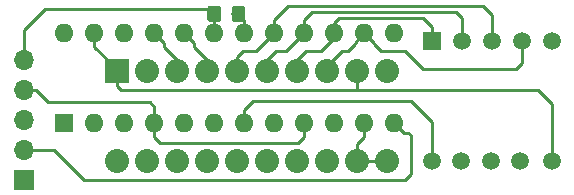
<source format=gtl>
G04 #@! TF.GenerationSoftware,KiCad,Pcbnew,5.0.2+dfsg1-1*
G04 #@! TF.CreationDate,2019-11-26T12:37:51+03:00*
G04 #@! TF.ProjectId,disp,64697370-2e6b-4696-9361-645f70636258,rev?*
G04 #@! TF.SameCoordinates,Original*
G04 #@! TF.FileFunction,Copper,L1,Top*
G04 #@! TF.FilePolarity,Positive*
%FSLAX46Y46*%
G04 Gerber Fmt 4.6, Leading zero omitted, Abs format (unit mm)*
G04 Created by KiCad (PCBNEW 5.0.2+dfsg1-1) date Вт 26 ноя 2019 12:37:51*
%MOMM*%
%LPD*%
G01*
G04 APERTURE LIST*
G04 #@! TA.AperFunction,ComponentPad*
%ADD10R,1.700000X1.700000*%
G04 #@! TD*
G04 #@! TA.AperFunction,ComponentPad*
%ADD11O,1.700000X1.700000*%
G04 #@! TD*
G04 #@! TA.AperFunction,ComponentPad*
%ADD12R,2.032000X2.032000*%
G04 #@! TD*
G04 #@! TA.AperFunction,ComponentPad*
%ADD13C,2.032000*%
G04 #@! TD*
G04 #@! TA.AperFunction,Conductor*
%ADD14C,0.100000*%
G04 #@! TD*
G04 #@! TA.AperFunction,SMDPad,CuDef*
%ADD15C,1.150000*%
G04 #@! TD*
G04 #@! TA.AperFunction,ComponentPad*
%ADD16R,1.600000X1.600000*%
G04 #@! TD*
G04 #@! TA.AperFunction,ComponentPad*
%ADD17O,1.600000X1.600000*%
G04 #@! TD*
G04 #@! TA.AperFunction,ComponentPad*
%ADD18R,1.500000X1.500000*%
G04 #@! TD*
G04 #@! TA.AperFunction,ComponentPad*
%ADD19C,1.500000*%
G04 #@! TD*
G04 #@! TA.AperFunction,Conductor*
%ADD20C,0.250000*%
G04 #@! TD*
G04 APERTURE END LIST*
D10*
G04 #@! TO.P,J1,1*
G04 #@! TO.N,Net-(J1-Pad1)*
X125476000Y-82296000D03*
D11*
G04 #@! TO.P,J1,2*
G04 #@! TO.N,Net-(J1-Pad2)*
X125476000Y-79756000D03*
G04 #@! TO.P,J1,3*
G04 #@! TO.N,Net-(J1-Pad3)*
X125476000Y-77216000D03*
G04 #@! TO.P,J1,4*
G04 #@! TO.N,Net-(C1-Pad1)*
X125476000Y-74676000D03*
G04 #@! TO.P,J1,5*
G04 #@! TO.N,Net-(C1-Pad2)*
X125476000Y-72136000D03*
G04 #@! TD*
D12*
G04 #@! TO.P,BAR1,1*
G04 #@! TO.N,Net-(BAR1-Pad1)*
X133350000Y-73025000D03*
D13*
G04 #@! TO.P,BAR1,2*
G04 #@! TO.N,Net-(BAR1-Pad10)*
X135890000Y-73025000D03*
G04 #@! TO.P,BAR1,3*
G04 #@! TO.N,Net-(BAR1-Pad3)*
X138430000Y-73025000D03*
G04 #@! TO.P,BAR1,4*
G04 #@! TO.N,Net-(BAR1-Pad4)*
X140970000Y-73025000D03*
G04 #@! TO.P,BAR1,13*
G04 #@! TO.N,Net-(BAR1-Pad13)*
X151130000Y-80645000D03*
G04 #@! TO.P,BAR1,14*
X148590000Y-80645000D03*
G04 #@! TO.P,BAR1,15*
X146050000Y-80645000D03*
G04 #@! TO.P,BAR1,16*
X143510000Y-80645000D03*
G04 #@! TO.P,BAR1,5*
G04 #@! TO.N,Net-(BAR1-Pad5)*
X143510000Y-73025000D03*
G04 #@! TO.P,BAR1,6*
G04 #@! TO.N,Net-(BAR1-Pad6)*
X146050000Y-73025000D03*
G04 #@! TO.P,BAR1,7*
G04 #@! TO.N,Net-(BAR1-Pad7)*
X148590000Y-73025000D03*
G04 #@! TO.P,BAR1,8*
G04 #@! TO.N,Net-(BAR1-Pad8)*
X151130000Y-73025000D03*
G04 #@! TO.P,BAR1,12*
G04 #@! TO.N,Net-(BAR1-Pad11)*
X153670000Y-80645000D03*
G04 #@! TO.P,BAR1,11*
X156210000Y-80645000D03*
G04 #@! TO.P,BAR1,10*
G04 #@! TO.N,Net-(BAR1-Pad10)*
X156210000Y-73025000D03*
G04 #@! TO.P,BAR1,9*
G04 #@! TO.N,Net-(BAR1-Pad1)*
X153670000Y-73025000D03*
G04 #@! TO.P,BAR1,17*
G04 #@! TO.N,Net-(BAR1-Pad13)*
X140970000Y-80645000D03*
G04 #@! TO.P,BAR1,18*
X138430000Y-80645000D03*
G04 #@! TO.P,BAR1,19*
X135890000Y-80645000D03*
G04 #@! TO.P,BAR1,20*
X133350000Y-80645000D03*
G04 #@! TD*
D14*
G04 #@! TO.N,Net-(C1-Pad2)*
G04 #@! TO.C,R2*
G36*
X141954505Y-67500204D02*
X141978773Y-67503804D01*
X142002572Y-67509765D01*
X142025671Y-67518030D01*
X142047850Y-67528520D01*
X142068893Y-67541132D01*
X142088599Y-67555747D01*
X142106777Y-67572223D01*
X142123253Y-67590401D01*
X142137868Y-67610107D01*
X142150480Y-67631150D01*
X142160970Y-67653329D01*
X142169235Y-67676428D01*
X142175196Y-67700227D01*
X142178796Y-67724495D01*
X142180000Y-67748999D01*
X142180000Y-68649001D01*
X142178796Y-68673505D01*
X142175196Y-68697773D01*
X142169235Y-68721572D01*
X142160970Y-68744671D01*
X142150480Y-68766850D01*
X142137868Y-68787893D01*
X142123253Y-68807599D01*
X142106777Y-68825777D01*
X142088599Y-68842253D01*
X142068893Y-68856868D01*
X142047850Y-68869480D01*
X142025671Y-68879970D01*
X142002572Y-68888235D01*
X141978773Y-68894196D01*
X141954505Y-68897796D01*
X141930001Y-68899000D01*
X141279999Y-68899000D01*
X141255495Y-68897796D01*
X141231227Y-68894196D01*
X141207428Y-68888235D01*
X141184329Y-68879970D01*
X141162150Y-68869480D01*
X141141107Y-68856868D01*
X141121401Y-68842253D01*
X141103223Y-68825777D01*
X141086747Y-68807599D01*
X141072132Y-68787893D01*
X141059520Y-68766850D01*
X141049030Y-68744671D01*
X141040765Y-68721572D01*
X141034804Y-68697773D01*
X141031204Y-68673505D01*
X141030000Y-68649001D01*
X141030000Y-67748999D01*
X141031204Y-67724495D01*
X141034804Y-67700227D01*
X141040765Y-67676428D01*
X141049030Y-67653329D01*
X141059520Y-67631150D01*
X141072132Y-67610107D01*
X141086747Y-67590401D01*
X141103223Y-67572223D01*
X141121401Y-67555747D01*
X141141107Y-67541132D01*
X141162150Y-67528520D01*
X141184329Y-67518030D01*
X141207428Y-67509765D01*
X141231227Y-67503804D01*
X141255495Y-67500204D01*
X141279999Y-67499000D01*
X141930001Y-67499000D01*
X141954505Y-67500204D01*
X141954505Y-67500204D01*
G37*
D15*
G04 #@! TD*
G04 #@! TO.P,R2,1*
G04 #@! TO.N,Net-(C1-Pad2)*
X141605000Y-68199000D03*
D14*
G04 #@! TO.N,Net-(R2-Pad2)*
G04 #@! TO.C,R2*
G36*
X144004505Y-67500204D02*
X144028773Y-67503804D01*
X144052572Y-67509765D01*
X144075671Y-67518030D01*
X144097850Y-67528520D01*
X144118893Y-67541132D01*
X144138599Y-67555747D01*
X144156777Y-67572223D01*
X144173253Y-67590401D01*
X144187868Y-67610107D01*
X144200480Y-67631150D01*
X144210970Y-67653329D01*
X144219235Y-67676428D01*
X144225196Y-67700227D01*
X144228796Y-67724495D01*
X144230000Y-67748999D01*
X144230000Y-68649001D01*
X144228796Y-68673505D01*
X144225196Y-68697773D01*
X144219235Y-68721572D01*
X144210970Y-68744671D01*
X144200480Y-68766850D01*
X144187868Y-68787893D01*
X144173253Y-68807599D01*
X144156777Y-68825777D01*
X144138599Y-68842253D01*
X144118893Y-68856868D01*
X144097850Y-68869480D01*
X144075671Y-68879970D01*
X144052572Y-68888235D01*
X144028773Y-68894196D01*
X144004505Y-68897796D01*
X143980001Y-68899000D01*
X143329999Y-68899000D01*
X143305495Y-68897796D01*
X143281227Y-68894196D01*
X143257428Y-68888235D01*
X143234329Y-68879970D01*
X143212150Y-68869480D01*
X143191107Y-68856868D01*
X143171401Y-68842253D01*
X143153223Y-68825777D01*
X143136747Y-68807599D01*
X143122132Y-68787893D01*
X143109520Y-68766850D01*
X143099030Y-68744671D01*
X143090765Y-68721572D01*
X143084804Y-68697773D01*
X143081204Y-68673505D01*
X143080000Y-68649001D01*
X143080000Y-67748999D01*
X143081204Y-67724495D01*
X143084804Y-67700227D01*
X143090765Y-67676428D01*
X143099030Y-67653329D01*
X143109520Y-67631150D01*
X143122132Y-67610107D01*
X143136747Y-67590401D01*
X143153223Y-67572223D01*
X143171401Y-67555747D01*
X143191107Y-67541132D01*
X143212150Y-67528520D01*
X143234329Y-67518030D01*
X143257428Y-67509765D01*
X143281227Y-67503804D01*
X143305495Y-67500204D01*
X143329999Y-67499000D01*
X143980001Y-67499000D01*
X144004505Y-67500204D01*
X144004505Y-67500204D01*
G37*
D15*
G04 #@! TD*
G04 #@! TO.P,R2,2*
G04 #@! TO.N,Net-(R2-Pad2)*
X143655000Y-68199000D03*
D16*
G04 #@! TO.P,U1,1*
G04 #@! TO.N,Net-(J1-Pad1)*
X128905000Y-77470000D03*
D17*
G04 #@! TO.P,U1,13*
G04 #@! TO.N,Net-(J1-Pad3)*
X156845000Y-69850000D03*
G04 #@! TO.P,U1,2*
G04 #@! TO.N,Net-(R1-Pad2)*
X131445000Y-77470000D03*
G04 #@! TO.P,U1,14*
G04 #@! TO.N,Net-(BAR1-Pad8)*
X154305000Y-69850000D03*
G04 #@! TO.P,U1,3*
G04 #@! TO.N,N/C*
X133985000Y-77470000D03*
G04 #@! TO.P,U1,15*
G04 #@! TO.N,Net-(BAR1-Pad7)*
X151765000Y-69850000D03*
G04 #@! TO.P,U1,4*
G04 #@! TO.N,Net-(C1-Pad1)*
X136525000Y-77470000D03*
G04 #@! TO.P,U1,16*
G04 #@! TO.N,Net-(BAR1-Pad6)*
X149225000Y-69850000D03*
G04 #@! TO.P,U1,5*
G04 #@! TO.N,N/C*
X139065000Y-77470000D03*
G04 #@! TO.P,U1,17*
G04 #@! TO.N,Net-(BAR1-Pad5)*
X146685000Y-69850000D03*
G04 #@! TO.P,U1,6*
G04 #@! TO.N,Net-(U1-Pad6)*
X141605000Y-77470000D03*
G04 #@! TO.P,U1,18*
G04 #@! TO.N,Net-(R2-Pad2)*
X144145000Y-69850000D03*
G04 #@! TO.P,U1,7*
G04 #@! TO.N,Net-(U1-Pad7)*
X144145000Y-77470000D03*
G04 #@! TO.P,U1,19*
G04 #@! TO.N,Net-(C1-Pad2)*
X141605000Y-69850000D03*
G04 #@! TO.P,U1,8*
G04 #@! TO.N,N/C*
X146685000Y-77470000D03*
G04 #@! TO.P,U1,20*
G04 #@! TO.N,Net-(BAR1-Pad4)*
X139065000Y-69850000D03*
G04 #@! TO.P,U1,9*
G04 #@! TO.N,Net-(C1-Pad1)*
X149225000Y-77470000D03*
G04 #@! TO.P,U1,21*
G04 #@! TO.N,Net-(BAR1-Pad3)*
X136525000Y-69850000D03*
G04 #@! TO.P,U1,10*
G04 #@! TO.N,N/C*
X151765000Y-77470000D03*
G04 #@! TO.P,U1,22*
G04 #@! TO.N,Net-(BAR1-Pad10)*
X133985000Y-69850000D03*
G04 #@! TO.P,U1,11*
G04 #@! TO.N,Net-(BAR1-Pad11)*
X154305000Y-77470000D03*
G04 #@! TO.P,U1,23*
G04 #@! TO.N,Net-(BAR1-Pad1)*
X131445000Y-69850000D03*
G04 #@! TO.P,U1,12*
G04 #@! TO.N,Net-(J1-Pad2)*
X156845000Y-77470000D03*
G04 #@! TO.P,U1,24*
G04 #@! TO.N,N/C*
X128905000Y-69850000D03*
G04 #@! TD*
D18*
G04 #@! TO.P,U2,1*
G04 #@! TO.N,Net-(BAR1-Pad7)*
X160020000Y-70485000D03*
D19*
G04 #@! TO.P,U2,2*
G04 #@! TO.N,Net-(BAR1-Pad6)*
X162560000Y-70485000D03*
G04 #@! TO.P,U2,3*
G04 #@! TO.N,Net-(BAR1-Pad5)*
X165100000Y-70485000D03*
G04 #@! TO.P,U2,4*
G04 #@! TO.N,Net-(BAR1-Pad8)*
X167640000Y-70485000D03*
G04 #@! TO.P,U2,5*
G04 #@! TO.N,Net-(U1-Pad6)*
X170180000Y-70485000D03*
G04 #@! TO.P,U2,6*
G04 #@! TO.N,Net-(BAR1-Pad1)*
X170180000Y-80645000D03*
G04 #@! TO.P,U2,7*
G04 #@! TO.N,Net-(BAR1-Pad10)*
X167520000Y-80645000D03*
G04 #@! TO.P,U2,8*
G04 #@! TO.N,Net-(BAR1-Pad4)*
X165020000Y-80645000D03*
G04 #@! TO.P,U2,9*
G04 #@! TO.N,Net-(BAR1-Pad3)*
X162520000Y-80645000D03*
G04 #@! TO.P,U2,10*
G04 #@! TO.N,Net-(U1-Pad7)*
X160020000Y-80645000D03*
G04 #@! TD*
D20*
G04 #@! TO.N,Net-(BAR1-Pad1)*
X170180000Y-75819000D02*
X170180000Y-80645000D01*
X169037000Y-74676000D02*
X170180000Y-75819000D01*
X153670000Y-73025000D02*
X153670000Y-74676000D01*
X152400000Y-74676000D02*
X153670000Y-74676000D01*
X153670000Y-74676000D02*
X169037000Y-74676000D01*
X133350000Y-74291000D02*
X133735000Y-74676000D01*
X133735000Y-74676000D02*
X134112000Y-74676000D01*
X133350000Y-73025000D02*
X133350000Y-74291000D01*
X134112000Y-74676000D02*
X152400000Y-74676000D01*
X133350000Y-72898000D02*
X133350000Y-73025000D01*
X131445000Y-69850000D02*
X131445000Y-70993000D01*
X131445000Y-70993000D02*
X133350000Y-72898000D01*
G04 #@! TO.N,Net-(BAR1-Pad3)*
X137324999Y-71030999D02*
X138430000Y-72136000D01*
X136525000Y-69850000D02*
X137324999Y-70649999D01*
X138430000Y-72136000D02*
X138430000Y-73025000D01*
X137324999Y-70649999D02*
X137324999Y-71030999D01*
G04 #@! TO.N,Net-(BAR1-Pad4)*
X140970000Y-72136000D02*
X140970000Y-73025000D01*
X139864999Y-71030999D02*
X140970000Y-72136000D01*
X139065000Y-69850000D02*
X139864999Y-70649999D01*
X139864999Y-70649999D02*
X139864999Y-71030999D01*
G04 #@! TO.N,Net-(BAR1-Pad5)*
X145161000Y-71374000D02*
X146685000Y-69850000D01*
X165100000Y-68326000D02*
X165100000Y-70485000D01*
X147828000Y-67564000D02*
X164338000Y-67564000D01*
X164338000Y-67564000D02*
X165100000Y-68326000D01*
X146685000Y-69850000D02*
X146685000Y-68707000D01*
X146685000Y-68707000D02*
X147828000Y-67564000D01*
X143510000Y-73025000D02*
X143510000Y-71882000D01*
X143510000Y-71882000D02*
X144018000Y-71374000D01*
X144018000Y-71374000D02*
X145161000Y-71374000D01*
G04 #@! TO.N,Net-(BAR1-Pad6)*
X147701000Y-71374000D02*
X149225000Y-69850000D01*
X162560000Y-68580000D02*
X162560000Y-70485000D01*
X149860000Y-68072000D02*
X162052000Y-68072000D01*
X149225000Y-69850000D02*
X149225000Y-68707000D01*
X162052000Y-68072000D02*
X162560000Y-68580000D01*
X149225000Y-68707000D02*
X149860000Y-68072000D01*
X146050000Y-73025000D02*
X146050000Y-72136000D01*
X146812000Y-71374000D02*
X147701000Y-71374000D01*
X146050000Y-72136000D02*
X146812000Y-71374000D01*
G04 #@! TO.N,Net-(BAR1-Pad7)*
X151765000Y-70231000D02*
X151765000Y-69850000D01*
X150622000Y-71374000D02*
X151765000Y-70231000D01*
X160020000Y-69342000D02*
X160020000Y-70485000D01*
X152146000Y-68580000D02*
X159258000Y-68580000D01*
X159258000Y-68580000D02*
X160020000Y-69342000D01*
X151765000Y-69850000D02*
X151765000Y-68961000D01*
X151765000Y-68961000D02*
X152146000Y-68580000D01*
X148590000Y-73025000D02*
X148590000Y-72136000D01*
X149352000Y-71374000D02*
X150622000Y-71374000D01*
X148590000Y-72136000D02*
X149352000Y-71374000D01*
G04 #@! TO.N,Net-(BAR1-Pad8)*
X167132000Y-72898000D02*
X167640000Y-72390000D01*
X167640000Y-72390000D02*
X167640000Y-71560001D01*
X167640000Y-71560001D02*
X167640000Y-70485000D01*
X155104999Y-70649999D02*
X155104999Y-70776999D01*
X154305000Y-69850000D02*
X155104999Y-70649999D01*
X155104999Y-70776999D02*
X155702000Y-71374000D01*
X155702000Y-71374000D02*
X157734000Y-71374000D01*
X159258000Y-72898000D02*
X167132000Y-72898000D01*
X157734000Y-71374000D02*
X159258000Y-72898000D01*
X151130000Y-73025000D02*
X151130000Y-72644000D01*
X151130000Y-72644000D02*
X152400000Y-71374000D01*
X153505001Y-70649999D02*
X153505001Y-70776999D01*
X154305000Y-69850000D02*
X153505001Y-70649999D01*
X152908000Y-71374000D02*
X152400000Y-71374000D01*
X153505001Y-70776999D02*
X152908000Y-71374000D01*
G04 #@! TO.N,Net-(BAR1-Pad11)*
X154305000Y-77470000D02*
X154305000Y-78613000D01*
X154305000Y-78613000D02*
X153670000Y-79248000D01*
X153670000Y-79248000D02*
X153670000Y-80645000D01*
X155106840Y-80645000D02*
X156210000Y-80645000D01*
X153670000Y-80645000D02*
X155106840Y-80645000D01*
G04 #@! TO.N,Net-(C1-Pad2)*
X141605000Y-69850000D02*
X141605000Y-68199000D01*
X125476000Y-69596000D02*
X125476000Y-72136000D01*
X127254000Y-67818000D02*
X125476000Y-69596000D01*
X140970000Y-67818000D02*
X127254000Y-67818000D01*
X141605000Y-68199000D02*
X141351000Y-68199000D01*
X141351000Y-68199000D02*
X140970000Y-67818000D01*
G04 #@! TO.N,Net-(J1-Pad2)*
X129286000Y-81026000D02*
X128016000Y-79756000D01*
X157644999Y-78269999D02*
X158025999Y-78269999D01*
X158242000Y-81788000D02*
X157734000Y-82296000D01*
X158025999Y-78269999D02*
X158242000Y-78486000D01*
X128016000Y-79756000D02*
X125476000Y-79756000D01*
X156845000Y-77470000D02*
X157644999Y-78269999D01*
X158242000Y-78486000D02*
X158242000Y-81788000D01*
X129286000Y-81026000D02*
X130556000Y-82296000D01*
X157734000Y-82296000D02*
X130556000Y-82296000D01*
G04 #@! TO.N,Net-(R2-Pad2)*
X144145000Y-68689000D02*
X143655000Y-68199000D01*
X144145000Y-69850000D02*
X144145000Y-68689000D01*
G04 #@! TO.N,Net-(U1-Pad7)*
X144145000Y-76338630D02*
X144526000Y-75957630D01*
X144145000Y-77470000D02*
X144145000Y-76338630D01*
X144526000Y-75957630D02*
X144526000Y-75946000D01*
X144526000Y-75946000D02*
X144907000Y-75565000D01*
X144907000Y-75565000D02*
X158242000Y-75565000D01*
X158242000Y-75565000D02*
X160020000Y-77343000D01*
X160020000Y-77343000D02*
X160020000Y-80645000D01*
G04 #@! TO.N,Net-(C1-Pad1)*
X136525000Y-78601370D02*
X136525000Y-77470000D01*
X137033000Y-79109370D02*
X136525000Y-78601370D01*
X148717000Y-79109370D02*
X137033000Y-79109370D01*
X149225000Y-78601370D02*
X148717000Y-79109370D01*
X149225000Y-77470000D02*
X149225000Y-78601370D01*
X136144000Y-75692000D02*
X127508000Y-75692000D01*
X136525000Y-77470000D02*
X136525000Y-76073000D01*
X126492000Y-74676000D02*
X125476000Y-74676000D01*
X127508000Y-75692000D02*
X126492000Y-74676000D01*
X136525000Y-76073000D02*
X136144000Y-75692000D01*
G04 #@! TD*
M02*

</source>
